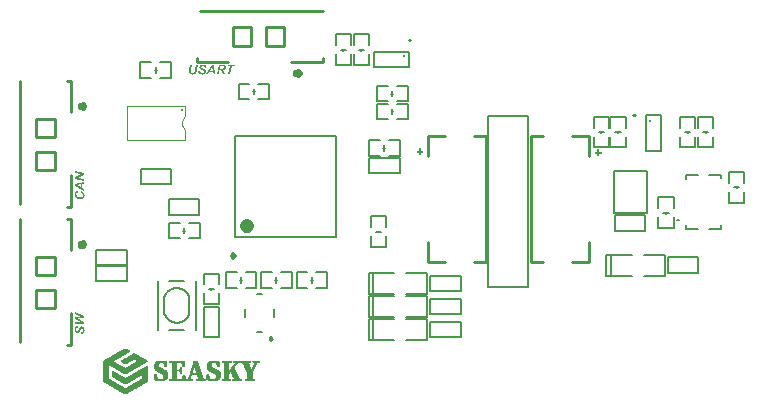
<source format=gto>
G04*
G04 #@! TF.GenerationSoftware,Altium Limited,Altium Designer,20.0.2 (26)*
G04*
G04 Layer_Color=65535*
%FSLAX25Y25*%
%MOIN*%
G70*
G01*
G75*
%ADD10C,0.01000*%
%ADD11C,0.01000*%
%ADD12C,0.01575*%
%ADD13C,0.02362*%
%ADD14C,0.01181*%
%ADD15C,0.00700*%
%ADD16C,0.00394*%
%ADD17C,0.01200*%
%ADD18C,0.00787*%
%ADD19C,0.00100*%
%ADD20C,0.00600*%
%ADD21C,0.00800*%
G36*
X-36789Y53555D02*
X-35962D01*
Y52996D01*
X-36789D01*
Y52159D01*
X-37362D01*
Y52996D01*
X-38189D01*
Y53555D01*
X-37362D01*
Y54396D01*
X-36789D01*
Y53555D01*
D02*
G37*
G36*
X22695Y53191D02*
X23522D01*
Y52632D01*
X22695D01*
Y51796D01*
X22122D01*
Y52632D01*
X21295D01*
Y53191D01*
X22122D01*
Y54032D01*
X22695D01*
Y53191D01*
D02*
G37*
G36*
X-148907Y-1568D02*
Y-2233D01*
X-151245Y-2307D01*
X-148907Y-3471D01*
Y-4151D01*
X-152104Y-4271D01*
Y-3628D01*
X-149863Y-3601D01*
X-152104Y-2496D01*
Y-1785D01*
X-149887Y-1711D01*
X-152104Y-658D01*
Y-20D01*
X-148907Y-1568D01*
D02*
G37*
G36*
X-151166Y-5379D02*
X-151171D01*
X-151175D01*
X-151203Y-5384D01*
X-151245Y-5398D01*
X-151296Y-5412D01*
X-151351Y-5435D01*
X-151411Y-5463D01*
X-151467Y-5500D01*
X-151517Y-5550D01*
X-151522Y-5555D01*
X-151536Y-5578D01*
X-151559Y-5610D01*
X-151582Y-5657D01*
X-151601Y-5712D01*
X-151624Y-5786D01*
X-151637Y-5874D01*
X-151642Y-5971D01*
Y-6017D01*
X-151637Y-6063D01*
X-151628Y-6123D01*
X-151619Y-6183D01*
X-151601Y-6248D01*
X-151577Y-6308D01*
X-151545Y-6359D01*
X-151541Y-6363D01*
X-151527Y-6377D01*
X-151508Y-6396D01*
X-151480Y-6414D01*
X-151444Y-6437D01*
X-151402Y-6456D01*
X-151351Y-6470D01*
X-151300Y-6474D01*
X-151296D01*
X-151277D01*
X-151254Y-6470D01*
X-151222Y-6460D01*
X-151185Y-6447D01*
X-151148Y-6428D01*
X-151111Y-6405D01*
X-151074Y-6368D01*
X-151069Y-6363D01*
X-151055Y-6345D01*
X-151037Y-6317D01*
X-151009Y-6271D01*
X-150991Y-6239D01*
X-150972Y-6206D01*
X-150949Y-6169D01*
X-150926Y-6123D01*
X-150903Y-6077D01*
X-150875Y-6022D01*
X-150847Y-5962D01*
X-150820Y-5897D01*
X-150815Y-5892D01*
X-150811Y-5874D01*
X-150797Y-5846D01*
X-150783Y-5809D01*
X-150760Y-5763D01*
X-150737Y-5712D01*
X-150681Y-5601D01*
X-150621Y-5481D01*
X-150556Y-5366D01*
X-150524Y-5310D01*
X-150492Y-5264D01*
X-150459Y-5222D01*
X-150432Y-5190D01*
X-150427Y-5185D01*
X-150422Y-5181D01*
X-150409Y-5167D01*
X-150395Y-5153D01*
X-150344Y-5116D01*
X-150279Y-5074D01*
X-150201Y-5033D01*
X-150104Y-5001D01*
X-149993Y-4973D01*
X-149937Y-4968D01*
X-149873Y-4964D01*
X-149868D01*
X-149854D01*
X-149831D01*
X-149803Y-4968D01*
X-149766Y-4973D01*
X-149720Y-4982D01*
X-149674Y-4991D01*
X-149623Y-5005D01*
X-149568Y-5024D01*
X-149508Y-5047D01*
X-149448Y-5074D01*
X-149388Y-5107D01*
X-149328Y-5144D01*
X-149263Y-5190D01*
X-149207Y-5241D01*
X-149147Y-5301D01*
X-149143Y-5305D01*
X-149133Y-5315D01*
X-149120Y-5338D01*
X-149101Y-5361D01*
X-149078Y-5398D01*
X-149050Y-5440D01*
X-149027Y-5486D01*
X-149000Y-5546D01*
X-148967Y-5606D01*
X-148944Y-5675D01*
X-148916Y-5754D01*
X-148893Y-5837D01*
X-148875Y-5925D01*
X-148861Y-6022D01*
X-148852Y-6123D01*
X-148847Y-6234D01*
Y-6303D01*
X-148852Y-6340D01*
X-148856Y-6382D01*
Y-6428D01*
X-148865Y-6479D01*
X-148879Y-6590D01*
X-148902Y-6710D01*
X-148935Y-6835D01*
X-148981Y-6950D01*
Y-6955D01*
X-148986Y-6964D01*
X-148995Y-6978D01*
X-149009Y-7001D01*
X-149036Y-7052D01*
X-149083Y-7117D01*
X-149133Y-7186D01*
X-149203Y-7255D01*
X-149277Y-7320D01*
X-149364Y-7375D01*
X-149369D01*
X-149374Y-7380D01*
X-149388Y-7384D01*
X-149411Y-7394D01*
X-149434Y-7403D01*
X-149461Y-7412D01*
X-149531Y-7435D01*
X-149614Y-7458D01*
X-149711Y-7477D01*
X-149817Y-7486D01*
X-149933Y-7491D01*
X-149970Y-6862D01*
X-149965D01*
X-149956D01*
X-149942D01*
X-149924Y-6858D01*
X-149868Y-6853D01*
X-149808Y-6844D01*
X-149739Y-6835D01*
X-149669Y-6816D01*
X-149609Y-6793D01*
X-149563Y-6761D01*
X-149554Y-6752D01*
X-149535Y-6733D01*
X-149512Y-6696D01*
X-149480Y-6641D01*
X-149466Y-6608D01*
X-149448Y-6567D01*
X-149434Y-6525D01*
X-149425Y-6474D01*
X-149411Y-6424D01*
X-149406Y-6363D01*
X-149397Y-6299D01*
Y-6179D01*
X-149401Y-6151D01*
Y-6119D01*
X-149411Y-6049D01*
X-149425Y-5975D01*
X-149448Y-5897D01*
X-149475Y-5823D01*
X-149512Y-5763D01*
X-149517Y-5758D01*
X-149531Y-5740D01*
X-149558Y-5717D01*
X-149591Y-5689D01*
X-149632Y-5661D01*
X-149679Y-5638D01*
X-149729Y-5620D01*
X-149790Y-5615D01*
X-149794D01*
X-149813D01*
X-149840Y-5620D01*
X-149873Y-5629D01*
X-149910Y-5643D01*
X-149951Y-5666D01*
X-149993Y-5694D01*
X-150030Y-5735D01*
X-150034Y-5740D01*
X-150044Y-5754D01*
X-150062Y-5781D01*
X-150085Y-5823D01*
X-150104Y-5851D01*
X-150122Y-5883D01*
X-150141Y-5920D01*
X-150159Y-5962D01*
X-150182Y-6012D01*
X-150210Y-6063D01*
X-150238Y-6128D01*
X-150265Y-6193D01*
Y-6197D01*
X-150275Y-6211D01*
X-150279Y-6230D01*
X-150293Y-6253D01*
X-150307Y-6285D01*
X-150321Y-6322D01*
X-150358Y-6400D01*
X-150404Y-6488D01*
X-150445Y-6581D01*
X-150492Y-6664D01*
X-150515Y-6705D01*
X-150533Y-6738D01*
X-150538Y-6747D01*
X-150552Y-6765D01*
X-150580Y-6798D01*
X-150612Y-6835D01*
X-150649Y-6876D01*
X-150700Y-6922D01*
X-150755Y-6964D01*
X-150815Y-7006D01*
X-150824Y-7010D01*
X-150847Y-7019D01*
X-150884Y-7038D01*
X-150931Y-7052D01*
X-150991Y-7070D01*
X-151060Y-7089D01*
X-151138Y-7098D01*
X-151222Y-7103D01*
X-151226D01*
X-151240D01*
X-151263D01*
X-151291Y-7098D01*
X-151323Y-7093D01*
X-151365Y-7089D01*
X-151411Y-7080D01*
X-151457Y-7066D01*
X-151564Y-7033D01*
X-151619Y-7006D01*
X-151679Y-6978D01*
X-151734Y-6946D01*
X-151790Y-6909D01*
X-151845Y-6862D01*
X-151896Y-6812D01*
X-151901Y-6807D01*
X-151910Y-6798D01*
X-151919Y-6779D01*
X-151938Y-6756D01*
X-151956Y-6729D01*
X-151979Y-6691D01*
X-152007Y-6645D01*
X-152030Y-6594D01*
X-152053Y-6539D01*
X-152081Y-6479D01*
X-152104Y-6410D01*
X-152123Y-6331D01*
X-152141Y-6248D01*
X-152155Y-6160D01*
X-152160Y-6068D01*
X-152164Y-5966D01*
Y-5911D01*
X-152160Y-5874D01*
X-152155Y-5828D01*
X-152150Y-5772D01*
X-152141Y-5712D01*
X-152132Y-5647D01*
X-152100Y-5504D01*
X-152076Y-5430D01*
X-152053Y-5361D01*
X-152021Y-5287D01*
X-151984Y-5218D01*
X-151942Y-5153D01*
X-151896Y-5093D01*
X-151892Y-5088D01*
X-151882Y-5079D01*
X-151868Y-5065D01*
X-151850Y-5042D01*
X-151822Y-5019D01*
X-151790Y-4991D01*
X-151753Y-4964D01*
X-151711Y-4936D01*
X-151661Y-4904D01*
X-151610Y-4871D01*
X-151550Y-4843D01*
X-151490Y-4816D01*
X-151420Y-4793D01*
X-151351Y-4774D01*
X-151272Y-4760D01*
X-151194Y-4751D01*
X-151166Y-5379D01*
D02*
G37*
G36*
X-148907Y46146D02*
Y45541D01*
X-151055Y44673D01*
X-148907Y44220D01*
Y43615D01*
X-152104Y44284D01*
Y44890D01*
X-149965Y45758D01*
X-152104Y46211D01*
Y46816D01*
X-148907Y46146D01*
D02*
G37*
G36*
Y42575D02*
X-149614Y42469D01*
Y41203D01*
X-148907Y40819D01*
Y40145D01*
X-152104Y41942D01*
Y42686D01*
X-148907Y43199D01*
Y42575D01*
D02*
G37*
G36*
X-151065Y39669D02*
X-151069D01*
X-151078Y39665D01*
X-151092D01*
X-151111Y39660D01*
X-151157Y39646D01*
X-151217Y39623D01*
X-151286Y39595D01*
X-151351Y39558D01*
X-151416Y39517D01*
X-151467Y39466D01*
X-151471Y39461D01*
X-151485Y39438D01*
X-151508Y39406D01*
X-151531Y39360D01*
X-151554Y39304D01*
X-151577Y39235D01*
X-151591Y39156D01*
X-151596Y39068D01*
Y39041D01*
X-151591Y39022D01*
X-151587Y38971D01*
X-151573Y38902D01*
X-151554Y38824D01*
X-151522Y38741D01*
X-151480Y38648D01*
X-151425Y38560D01*
Y38556D01*
X-151416Y38551D01*
X-151393Y38523D01*
X-151356Y38477D01*
X-151296Y38426D01*
X-151226Y38366D01*
X-151134Y38302D01*
X-151028Y38237D01*
X-150903Y38181D01*
X-150898D01*
X-150889Y38177D01*
X-150871Y38168D01*
X-150843Y38158D01*
X-150811Y38149D01*
X-150774Y38140D01*
X-150732Y38126D01*
X-150686Y38112D01*
X-150580Y38089D01*
X-150459Y38066D01*
X-150330Y38048D01*
X-150201Y38043D01*
X-150196D01*
X-150182D01*
X-150164D01*
X-150136Y38048D01*
X-150104D01*
X-150067Y38052D01*
X-149984Y38066D01*
X-149887Y38089D01*
X-149790Y38117D01*
X-149692Y38163D01*
X-149605Y38223D01*
X-149595Y38232D01*
X-149572Y38255D01*
X-149540Y38297D01*
X-149503Y38348D01*
X-149461Y38417D01*
X-149429Y38496D01*
X-149406Y38583D01*
X-149401Y38630D01*
X-149397Y38680D01*
Y38704D01*
X-149401Y38722D01*
X-149406Y38773D01*
X-149415Y38833D01*
X-149438Y38907D01*
X-149466Y38985D01*
X-149503Y39064D01*
X-149558Y39147D01*
Y39152D01*
X-149568Y39156D01*
X-149591Y39184D01*
X-149628Y39221D01*
X-149683Y39267D01*
X-149752Y39318D01*
X-149836Y39373D01*
X-149937Y39420D01*
X-150053Y39466D01*
X-149951Y40131D01*
X-149947D01*
X-149928Y40122D01*
X-149900Y40113D01*
X-149863Y40094D01*
X-149817Y40071D01*
X-149766Y40048D01*
X-149706Y40020D01*
X-149646Y39983D01*
X-149512Y39900D01*
X-149378Y39799D01*
X-149244Y39683D01*
X-149184Y39614D01*
X-149129Y39544D01*
X-149124Y39540D01*
X-149115Y39526D01*
X-149101Y39507D01*
X-149087Y39475D01*
X-149064Y39438D01*
X-149041Y39397D01*
X-149013Y39341D01*
X-148990Y39286D01*
X-148962Y39221D01*
X-148935Y39152D01*
X-148912Y39078D01*
X-148893Y38999D01*
X-148875Y38916D01*
X-148861Y38828D01*
X-148852Y38736D01*
X-148847Y38639D01*
Y38611D01*
X-148852Y38583D01*
Y38542D01*
X-148856Y38491D01*
X-148865Y38436D01*
X-148875Y38371D01*
X-148893Y38306D01*
X-148912Y38232D01*
X-148935Y38158D01*
X-148962Y38080D01*
X-148995Y38006D01*
X-149036Y37927D01*
X-149083Y37854D01*
X-149138Y37784D01*
X-149198Y37720D01*
X-149203Y37715D01*
X-149217Y37706D01*
X-149235Y37687D01*
X-149263Y37669D01*
X-149300Y37646D01*
X-149346Y37618D01*
X-149401Y37585D01*
X-149461Y37558D01*
X-149531Y37525D01*
X-149605Y37493D01*
X-149692Y37465D01*
X-149785Y37442D01*
X-149882Y37424D01*
X-149993Y37405D01*
X-150104Y37396D01*
X-150228Y37391D01*
X-150233D01*
X-150251D01*
X-150284D01*
X-150321Y37396D01*
X-150367D01*
X-150427Y37405D01*
X-150487Y37410D01*
X-150556Y37419D01*
X-150630Y37428D01*
X-150714Y37447D01*
X-150880Y37484D01*
X-151055Y37539D01*
X-151138Y37572D01*
X-151226Y37609D01*
X-151231Y37613D01*
X-151245Y37618D01*
X-151268Y37632D01*
X-151300Y37650D01*
X-151337Y37673D01*
X-151383Y37701D01*
X-151430Y37733D01*
X-151485Y37770D01*
X-151596Y37858D01*
X-151711Y37960D01*
X-151822Y38085D01*
X-151873Y38154D01*
X-151919Y38223D01*
X-151924Y38228D01*
X-151928Y38242D01*
X-151942Y38265D01*
X-151956Y38292D01*
X-151975Y38329D01*
X-151998Y38371D01*
X-152021Y38422D01*
X-152044Y38477D01*
X-152062Y38537D01*
X-152086Y38607D01*
X-152127Y38750D01*
X-152155Y38907D01*
X-152160Y38990D01*
X-152164Y39078D01*
Y39129D01*
X-152160Y39166D01*
X-152155Y39207D01*
X-152150Y39258D01*
X-152141Y39318D01*
X-152127Y39378D01*
X-152095Y39512D01*
X-152072Y39581D01*
X-152044Y39651D01*
X-152012Y39725D01*
X-151975Y39789D01*
X-151933Y39859D01*
X-151882Y39919D01*
X-151878Y39923D01*
X-151868Y39933D01*
X-151855Y39946D01*
X-151831Y39969D01*
X-151804Y39992D01*
X-151771Y40025D01*
X-151730Y40053D01*
X-151684Y40085D01*
X-151633Y40117D01*
X-151577Y40150D01*
X-151513Y40182D01*
X-151448Y40214D01*
X-151374Y40242D01*
X-151296Y40265D01*
X-151212Y40284D01*
X-151125Y40297D01*
X-151065Y39669D01*
D02*
G37*
G36*
X-109316Y82325D02*
X-109269Y82320D01*
X-109214Y82316D01*
X-109154Y82306D01*
X-109089Y82297D01*
X-108946Y82265D01*
X-108872Y82242D01*
X-108803Y82219D01*
X-108729Y82186D01*
X-108659Y82149D01*
X-108595Y82108D01*
X-108535Y82061D01*
X-108530Y82057D01*
X-108521Y82048D01*
X-108507Y82034D01*
X-108484Y82015D01*
X-108461Y81988D01*
X-108433Y81955D01*
X-108405Y81918D01*
X-108378Y81877D01*
X-108345Y81826D01*
X-108313Y81775D01*
X-108285Y81715D01*
X-108257Y81655D01*
X-108234Y81586D01*
X-108216Y81516D01*
X-108202Y81438D01*
X-108193Y81359D01*
X-108821Y81332D01*
Y81336D01*
Y81341D01*
X-108826Y81368D01*
X-108840Y81410D01*
X-108853Y81461D01*
X-108877Y81516D01*
X-108904Y81576D01*
X-108941Y81632D01*
X-108992Y81683D01*
X-108997Y81687D01*
X-109020Y81701D01*
X-109052Y81724D01*
X-109098Y81747D01*
X-109154Y81766D01*
X-109228Y81789D01*
X-109316Y81803D01*
X-109413Y81807D01*
X-109459D01*
X-109505Y81803D01*
X-109565Y81794D01*
X-109625Y81784D01*
X-109690Y81766D01*
X-109750Y81743D01*
X-109801Y81710D01*
X-109805Y81706D01*
X-109819Y81692D01*
X-109837Y81673D01*
X-109856Y81646D01*
X-109879Y81609D01*
X-109898Y81567D01*
X-109911Y81516D01*
X-109916Y81466D01*
Y81461D01*
Y81442D01*
X-109911Y81419D01*
X-109902Y81387D01*
X-109888Y81350D01*
X-109870Y81313D01*
X-109847Y81276D01*
X-109810Y81239D01*
X-109805Y81235D01*
X-109787Y81221D01*
X-109759Y81202D01*
X-109713Y81174D01*
X-109680Y81156D01*
X-109648Y81138D01*
X-109611Y81114D01*
X-109565Y81091D01*
X-109519Y81068D01*
X-109463Y81041D01*
X-109403Y81013D01*
X-109339Y80985D01*
X-109334Y80980D01*
X-109316Y80976D01*
X-109288Y80962D01*
X-109251Y80948D01*
X-109205Y80925D01*
X-109154Y80902D01*
X-109043Y80847D01*
X-108923Y80786D01*
X-108807Y80722D01*
X-108752Y80689D01*
X-108706Y80657D01*
X-108664Y80625D01*
X-108632Y80597D01*
X-108627Y80592D01*
X-108623Y80588D01*
X-108609Y80574D01*
X-108595Y80560D01*
X-108558Y80509D01*
X-108516Y80445D01*
X-108475Y80366D01*
X-108442Y80269D01*
X-108415Y80158D01*
X-108410Y80103D01*
X-108405Y80038D01*
Y80033D01*
Y80019D01*
Y79996D01*
X-108410Y79969D01*
X-108415Y79932D01*
X-108424Y79886D01*
X-108433Y79839D01*
X-108447Y79789D01*
X-108465Y79733D01*
X-108489Y79673D01*
X-108516Y79613D01*
X-108548Y79553D01*
X-108586Y79493D01*
X-108632Y79428D01*
X-108683Y79373D01*
X-108743Y79313D01*
X-108747Y79308D01*
X-108756Y79299D01*
X-108780Y79285D01*
X-108803Y79266D01*
X-108840Y79243D01*
X-108881Y79216D01*
X-108927Y79193D01*
X-108987Y79165D01*
X-109047Y79132D01*
X-109117Y79109D01*
X-109195Y79082D01*
X-109279Y79058D01*
X-109366Y79040D01*
X-109463Y79026D01*
X-109565Y79017D01*
X-109676Y79012D01*
X-109745D01*
X-109782Y79017D01*
X-109824Y79022D01*
X-109870D01*
X-109921Y79031D01*
X-110032Y79045D01*
X-110152Y79068D01*
X-110276Y79100D01*
X-110392Y79146D01*
X-110397D01*
X-110406Y79151D01*
X-110420Y79160D01*
X-110443Y79174D01*
X-110494Y79202D01*
X-110558Y79248D01*
X-110627Y79299D01*
X-110697Y79368D01*
X-110761Y79442D01*
X-110817Y79530D01*
Y79534D01*
X-110822Y79539D01*
X-110826Y79553D01*
X-110835Y79576D01*
X-110845Y79599D01*
X-110854Y79627D01*
X-110877Y79696D01*
X-110900Y79779D01*
X-110919Y79876D01*
X-110928Y79983D01*
X-110933Y80098D01*
X-110304Y80135D01*
Y80130D01*
Y80121D01*
Y80107D01*
X-110300Y80089D01*
X-110295Y80033D01*
X-110286Y79973D01*
X-110276Y79904D01*
X-110258Y79835D01*
X-110235Y79775D01*
X-110203Y79728D01*
X-110193Y79719D01*
X-110175Y79701D01*
X-110138Y79678D01*
X-110082Y79645D01*
X-110050Y79631D01*
X-110009Y79613D01*
X-109967Y79599D01*
X-109916Y79590D01*
X-109865Y79576D01*
X-109805Y79571D01*
X-109740Y79562D01*
X-109620D01*
X-109593Y79567D01*
X-109560D01*
X-109491Y79576D01*
X-109417Y79590D01*
X-109339Y79613D01*
X-109265Y79641D01*
X-109205Y79678D01*
X-109200Y79682D01*
X-109181Y79696D01*
X-109158Y79724D01*
X-109131Y79756D01*
X-109103Y79798D01*
X-109080Y79844D01*
X-109061Y79895D01*
X-109057Y79955D01*
Y79959D01*
Y79978D01*
X-109061Y80006D01*
X-109071Y80038D01*
X-109084Y80075D01*
X-109108Y80116D01*
X-109135Y80158D01*
X-109177Y80195D01*
X-109181Y80200D01*
X-109195Y80209D01*
X-109223Y80227D01*
X-109265Y80251D01*
X-109292Y80269D01*
X-109325Y80287D01*
X-109362Y80306D01*
X-109403Y80324D01*
X-109454Y80348D01*
X-109505Y80375D01*
X-109570Y80403D01*
X-109634Y80431D01*
X-109639D01*
X-109653Y80440D01*
X-109671Y80445D01*
X-109694Y80458D01*
X-109727Y80472D01*
X-109764Y80486D01*
X-109842Y80523D01*
X-109930Y80569D01*
X-110022Y80611D01*
X-110106Y80657D01*
X-110147Y80680D01*
X-110179Y80699D01*
X-110189Y80703D01*
X-110207Y80717D01*
X-110240Y80745D01*
X-110276Y80777D01*
X-110318Y80814D01*
X-110364Y80865D01*
X-110406Y80920D01*
X-110447Y80980D01*
X-110452Y80990D01*
X-110461Y81013D01*
X-110480Y81050D01*
X-110494Y81096D01*
X-110512Y81156D01*
X-110530Y81225D01*
X-110540Y81304D01*
X-110544Y81387D01*
Y81392D01*
Y81406D01*
Y81429D01*
X-110540Y81456D01*
X-110535Y81489D01*
X-110530Y81530D01*
X-110521Y81576D01*
X-110507Y81623D01*
X-110475Y81729D01*
X-110447Y81784D01*
X-110420Y81844D01*
X-110387Y81900D01*
X-110350Y81955D01*
X-110304Y82011D01*
X-110253Y82061D01*
X-110249Y82066D01*
X-110240Y82075D01*
X-110221Y82085D01*
X-110198Y82103D01*
X-110170Y82122D01*
X-110133Y82145D01*
X-110087Y82172D01*
X-110036Y82196D01*
X-109981Y82219D01*
X-109921Y82246D01*
X-109851Y82269D01*
X-109773Y82288D01*
X-109690Y82306D01*
X-109602Y82320D01*
X-109510Y82325D01*
X-109408Y82329D01*
X-109352D01*
X-109316Y82325D01*
D02*
G37*
G36*
X-111293Y80458D02*
Y80454D01*
X-111297Y80435D01*
X-111302Y80408D01*
X-111311Y80371D01*
X-111325Y80324D01*
X-111339Y80274D01*
X-111353Y80218D01*
X-111371Y80158D01*
X-111408Y80029D01*
X-111454Y79890D01*
X-111510Y79761D01*
X-111538Y79701D01*
X-111565Y79645D01*
Y79641D01*
X-111575Y79631D01*
X-111584Y79618D01*
X-111593Y79599D01*
X-111630Y79548D01*
X-111686Y79484D01*
X-111750Y79410D01*
X-111833Y79336D01*
X-111930Y79257D01*
X-112041Y79188D01*
X-112046D01*
X-112055Y79179D01*
X-112074Y79174D01*
X-112097Y79160D01*
X-112129Y79146D01*
X-112166Y79132D01*
X-112208Y79119D01*
X-112258Y79100D01*
X-112314Y79082D01*
X-112374Y79068D01*
X-112439Y79054D01*
X-112508Y79040D01*
X-112582Y79031D01*
X-112665Y79022D01*
X-112836Y79012D01*
X-112891D01*
X-112933Y79017D01*
X-112979Y79022D01*
X-113035Y79026D01*
X-113099Y79035D01*
X-113164Y79045D01*
X-113307Y79077D01*
X-113386Y79100D01*
X-113460Y79128D01*
X-113529Y79160D01*
X-113598Y79197D01*
X-113668Y79239D01*
X-113728Y79285D01*
X-113732Y79290D01*
X-113741Y79299D01*
X-113755Y79313D01*
X-113774Y79336D01*
X-113797Y79363D01*
X-113825Y79396D01*
X-113852Y79433D01*
X-113880Y79479D01*
X-113908Y79525D01*
X-113935Y79581D01*
X-113963Y79636D01*
X-113986Y79701D01*
X-114005Y79765D01*
X-114019Y79839D01*
X-114028Y79913D01*
X-114032Y79992D01*
Y79996D01*
Y80006D01*
X-114028Y80024D01*
Y80047D01*
X-114023Y80080D01*
X-114019Y80112D01*
X-114009Y80186D01*
Y80190D01*
X-114005Y80200D01*
Y80227D01*
X-113996Y80260D01*
X-113986Y80315D01*
X-113982Y80348D01*
X-113972Y80384D01*
X-113963Y80426D01*
X-113954Y80472D01*
X-113945Y80523D01*
X-113931Y80583D01*
X-113552Y82269D01*
X-112901D01*
X-113279Y80528D01*
X-113376Y80103D01*
Y80098D01*
Y80093D01*
X-113381Y80066D01*
X-113386Y80019D01*
X-113395Y79964D01*
Y79955D01*
X-113390Y79936D01*
X-113386Y79904D01*
X-113376Y79862D01*
X-113358Y79816D01*
X-113330Y79765D01*
X-113298Y79719D01*
X-113247Y79673D01*
X-113238Y79668D01*
X-113219Y79655D01*
X-113182Y79636D01*
X-113136Y79618D01*
X-113072Y79599D01*
X-112998Y79581D01*
X-112910Y79567D01*
X-112808Y79562D01*
X-112767D01*
X-112716Y79567D01*
X-112656Y79571D01*
X-112591Y79585D01*
X-112522Y79599D01*
X-112448Y79622D01*
X-112383Y79650D01*
X-112374Y79655D01*
X-112355Y79668D01*
X-112323Y79687D01*
X-112286Y79715D01*
X-112244Y79751D01*
X-112198Y79798D01*
X-112157Y79853D01*
X-112120Y79913D01*
X-112115Y79922D01*
X-112106Y79950D01*
X-112097Y79969D01*
X-112088Y79992D01*
X-112074Y80024D01*
X-112060Y80056D01*
X-112050Y80098D01*
X-112032Y80140D01*
X-112018Y80190D01*
X-112004Y80246D01*
X-111986Y80306D01*
X-111967Y80371D01*
X-111953Y80440D01*
X-111935Y80518D01*
X-111565Y82269D01*
X-110909D01*
X-111293Y80458D01*
D02*
G37*
G36*
X-98726Y81734D02*
X-99660D01*
X-100214Y79072D01*
X-100870D01*
X-100316Y81734D01*
X-101249D01*
X-101143Y82269D01*
X-98620D01*
X-98726Y81734D01*
D02*
G37*
G36*
X-102603Y82265D02*
X-102519Y82260D01*
X-102427Y82251D01*
X-102335Y82237D01*
X-102242Y82219D01*
X-102159Y82191D01*
X-102155D01*
X-102150Y82186D01*
X-102127Y82177D01*
X-102090Y82158D01*
X-102044Y82131D01*
X-101988Y82089D01*
X-101933Y82043D01*
X-101882Y81983D01*
X-101831Y81914D01*
X-101826Y81904D01*
X-101813Y81877D01*
X-101789Y81835D01*
X-101766Y81780D01*
X-101743Y81710D01*
X-101720Y81627D01*
X-101706Y81530D01*
X-101702Y81429D01*
Y81424D01*
Y81410D01*
Y81392D01*
X-101706Y81359D01*
X-101711Y81327D01*
X-101716Y81285D01*
X-101720Y81239D01*
X-101734Y81193D01*
X-101762Y81087D01*
X-101803Y80971D01*
X-101831Y80916D01*
X-101863Y80860D01*
X-101905Y80805D01*
X-101947Y80754D01*
X-101951Y80749D01*
X-101956Y80745D01*
X-101974Y80731D01*
X-101993Y80712D01*
X-102021Y80689D01*
X-102048Y80666D01*
X-102085Y80643D01*
X-102131Y80615D01*
X-102178Y80588D01*
X-102233Y80560D01*
X-102293Y80532D01*
X-102362Y80505D01*
X-102432Y80481D01*
X-102510Y80463D01*
X-102598Y80445D01*
X-102686Y80431D01*
X-102681Y80426D01*
X-102663Y80412D01*
X-102640Y80384D01*
X-102607Y80352D01*
X-102575Y80306D01*
X-102533Y80255D01*
X-102492Y80195D01*
X-102450Y80130D01*
X-102445Y80126D01*
X-102441Y80112D01*
X-102427Y80093D01*
X-102413Y80061D01*
X-102390Y80024D01*
X-102367Y79978D01*
X-102339Y79922D01*
X-102307Y79858D01*
X-102270Y79789D01*
X-102233Y79710D01*
X-102191Y79622D01*
X-102150Y79525D01*
X-102104Y79423D01*
X-102057Y79313D01*
X-102007Y79197D01*
X-101956Y79072D01*
X-102663D01*
Y79077D01*
X-102667Y79086D01*
X-102672Y79100D01*
X-102681Y79123D01*
X-102690Y79151D01*
X-102704Y79188D01*
X-102718Y79229D01*
X-102737Y79280D01*
X-102760Y79336D01*
X-102783Y79396D01*
X-102811Y79465D01*
X-102843Y79539D01*
X-102875Y79622D01*
X-102912Y79715D01*
X-102954Y79812D01*
X-103000Y79913D01*
Y79918D01*
X-103005Y79927D01*
X-103014Y79941D01*
X-103023Y79964D01*
X-103051Y80015D01*
X-103088Y80080D01*
X-103129Y80149D01*
X-103175Y80218D01*
X-103231Y80283D01*
X-103259Y80306D01*
X-103286Y80329D01*
X-103291Y80334D01*
X-103305Y80338D01*
X-103328Y80348D01*
X-103360Y80361D01*
X-103407Y80375D01*
X-103462Y80384D01*
X-103531Y80389D01*
X-103614Y80394D01*
X-103882D01*
X-104159Y79072D01*
X-104811D01*
X-104141Y82269D01*
X-102635D01*
X-102603Y82265D01*
D02*
G37*
G36*
X-105227Y79072D02*
X-105851D01*
X-105957Y79779D01*
X-107223D01*
X-107606Y79072D01*
X-108281D01*
X-106483Y82269D01*
X-105740D01*
X-105227Y79072D01*
D02*
G37*
%LPC*%
G36*
X-150150Y42390D02*
X-151434Y42201D01*
X-150150Y41499D01*
Y42390D01*
D02*
G37*
G36*
X-102778Y81734D02*
X-103601D01*
X-103781Y80874D01*
X-103300D01*
X-103254Y80879D01*
X-103143Y80883D01*
X-103028Y80888D01*
X-102912Y80902D01*
X-102861Y80906D01*
X-102811Y80916D01*
X-102769Y80925D01*
X-102732Y80934D01*
X-102723Y80939D01*
X-102704Y80948D01*
X-102672Y80962D01*
X-102630Y80985D01*
X-102589Y81013D01*
X-102542Y81045D01*
X-102501Y81087D01*
X-102459Y81133D01*
X-102455Y81138D01*
X-102445Y81156D01*
X-102427Y81184D01*
X-102409Y81221D01*
X-102390Y81262D01*
X-102372Y81309D01*
X-102362Y81364D01*
X-102358Y81419D01*
Y81429D01*
Y81447D01*
X-102367Y81479D01*
X-102376Y81516D01*
X-102395Y81558D01*
X-102418Y81599D01*
X-102455Y81641D01*
X-102501Y81678D01*
X-102506Y81683D01*
X-102519Y81687D01*
X-102542Y81696D01*
X-102579Y81706D01*
X-102630Y81715D01*
X-102700Y81724D01*
X-102778Y81734D01*
D02*
G37*
G36*
X-106225Y81599D02*
X-106927Y80315D01*
X-106035D01*
X-106225Y81599D01*
D02*
G37*
%LPD*%
G54D10*
X-40200Y90500D02*
X-40800D01*
X-40200D01*
X34559Y65580D02*
X33959D01*
X34559D01*
X-86394Y-9067D02*
X-87144Y-8634D01*
Y-9500D01*
X-86394Y-9067D01*
X-99251Y88500D02*
Y95000D01*
X-93251D01*
X-93251Y88500D01*
X-99251D02*
X-93251D01*
X-88197D02*
X-82197D01*
X-88197D02*
Y95000D01*
X-82197D01*
Y88500D02*
Y95000D01*
X-110476Y100272D02*
X-69503D01*
X-69397Y83100D02*
Y84500D01*
X-79897Y83100D02*
X-69397D01*
X-111451D02*
X-100951D01*
X-111451D02*
Y84500D01*
X-165194Y1103D02*
X-158695D01*
X-165194D02*
Y7103D01*
X-158695D01*
Y1103D02*
Y7103D01*
Y12157D02*
X-158695Y18157D01*
X-165194Y12157D02*
X-158695Y12157D01*
X-165194Y12157D02*
Y18157D01*
X-158695D01*
X-170466Y-10122D02*
Y30851D01*
X-154694Y30957D02*
X-153295D01*
Y20457D02*
Y30957D01*
Y-11097D02*
Y-597D01*
X-154694Y-11097D02*
X-153295Y-11097D01*
X-18952Y58366D02*
X-14941D01*
X-34233D02*
X-28646D01*
X-34233Y51796D02*
Y58366D01*
Y16634D02*
Y23204D01*
Y16634D02*
X-28646D01*
X-18952D02*
X-14941D01*
Y58366D01*
X-165194Y47159D02*
X-158695D01*
X-165194D02*
Y53159D01*
X-158695Y53159D01*
Y47159D02*
Y53159D01*
Y58213D02*
Y64213D01*
X-165194Y58213D02*
X-158695D01*
X-165194D02*
Y64213D01*
X-158695D01*
X-170466Y35934D02*
Y76907D01*
X-154694Y77013D02*
X-153295D01*
Y66513D02*
Y77013D01*
Y34959D02*
Y45459D01*
X-154694Y34959D02*
X-153295D01*
X-59Y16634D02*
X3952D01*
X13646D02*
X19232D01*
Y23204D01*
Y51796D02*
Y58366D01*
X13646D02*
X19232D01*
X-59D02*
X3952D01*
X-59Y16634D02*
Y58366D01*
G54D11*
X-42460Y85100D02*
D03*
X39759Y63521D02*
D03*
G54D12*
X-77109Y79500D02*
X-77653Y80249D01*
X-78534Y79963D01*
Y79037D01*
X-77653Y78751D01*
X-77109Y79500D01*
X-148907Y22457D02*
X-149451Y23206D01*
X-150331Y22920D01*
Y21994D01*
X-149451Y21708D01*
X-148907Y22457D01*
X-148907Y68513D02*
X-149451Y69262D01*
X-150331Y68976D01*
Y68050D01*
X-149451Y67764D01*
X-148907Y68513D01*
G54D13*
X-94900Y29812D02*
X-95817Y29362D01*
X-96040Y28364D01*
X-95401Y27566D01*
X-94378D01*
X-93739Y28364D01*
X-93962Y29362D01*
X-94880Y29812D01*
G54D14*
X-99230Y19082D02*
X-99815Y18489D01*
X-99225Y17901D01*
X-98634Y18489D01*
X-99220Y19082D01*
G54D15*
X-122195Y-901D02*
X-121766Y-1784D01*
X-121148Y-2548D01*
X-120375Y-3152D01*
X-119485Y-3567D01*
X-118524Y-3771D01*
X-117543Y-3753D01*
X-116590Y-3514D01*
X-115716Y-3067D01*
X-114965Y-2435D01*
X-114375Y-1650D01*
X-113978Y-752D01*
X-114028Y4957D02*
X-114457Y5840D01*
X-115075Y6603D01*
X-115849Y7208D01*
X-116739Y7623D01*
X-117699Y7827D01*
X-118681Y7809D01*
X-119633Y7570D01*
X-120508Y7123D01*
X-121259Y6491D01*
X-121848Y5705D01*
X-122245Y4808D01*
X-40595Y81400D02*
Y86600D01*
X-52406Y81400D02*
Y86600D01*
Y81400D02*
X-40595D01*
X-52406Y86600D02*
X-40595Y86600D01*
X38159Y65486D02*
X43359D01*
X38159Y53675D02*
X43359D01*
Y65486D01*
X38159Y53675D02*
Y65486D01*
X-124411Y10319D02*
X-124411Y-6216D01*
X-111812D02*
Y10319D01*
X-120671Y10319D02*
X-115553D01*
X-120671Y-6216D02*
X-115553D01*
X-113978Y-752D02*
Y4907D01*
X-122245Y4808D02*
X-122245Y-851D01*
G54D16*
X-115350Y65057D02*
X-115922Y64248D01*
X-116232Y63308D01*
X-116253Y62317D01*
X-115982Y61365D01*
X-115444Y60533D01*
X-134740Y57281D02*
X-134740Y68502D01*
X-115350D01*
Y65155D02*
Y68502D01*
X-134740Y57281D02*
X-115448D01*
X-115448Y60431D01*
G54D17*
X-116334Y67321D02*
D03*
G54D18*
X49326Y30635D02*
X48538D01*
X49326D01*
X-14500Y65301D02*
X-1000D01*
X-14500Y8301D02*
Y65301D01*
Y8301D02*
X-1000D01*
Y65301D01*
X-98642Y24990D02*
Y58454D01*
Y24990D02*
X-65177D01*
Y58454D01*
X-98642D02*
X-65177D01*
X51595Y45358D02*
X55532D01*
X51595Y44039D02*
Y45358D01*
Y27642D02*
Y28961D01*
Y27642D02*
X55532D01*
X59469Y45358D02*
X63406D01*
Y44374D02*
Y45358D01*
X59469Y27642D02*
X63406D01*
X63406Y28961D01*
G54D19*
X-135640Y-12326D02*
X-135140D01*
X-135840Y-12426D02*
X-134940D01*
X-136040Y-12526D02*
X-134740D01*
X-136140Y-12626D02*
X-134640D01*
X-136340Y-12726D02*
X-134440D01*
X-136540Y-12826D02*
X-134240D01*
X-136640Y-12926D02*
X-134140D01*
X-136840Y-13026D02*
X-133940D01*
X-137040Y-13126D02*
X-133940D01*
X-137240Y-13226D02*
X-134040D01*
X-137340Y-13326D02*
X-134240D01*
X-137540Y-13426D02*
X-134440D01*
X-137740Y-13526D02*
X-134540D01*
X-137940Y-13626D02*
X-134740D01*
X-138040Y-13726D02*
X-134940D01*
X-138240Y-13826D02*
X-135140D01*
X-138440Y-13926D02*
X-135240D01*
X-132640D02*
X-132340D01*
X-138640Y-14026D02*
X-135440D01*
X-132840D02*
X-132140D01*
X-138740Y-14126D02*
X-135640D01*
X-132940D02*
X-132040D01*
X-138940Y-14226D02*
X-135740D01*
X-133140D02*
X-131840D01*
X-139140Y-14326D02*
X-135940D01*
X-133340D02*
X-131640D01*
X-139340Y-14426D02*
X-136140D01*
X-133540D02*
X-131440D01*
X-139440Y-14526D02*
X-136340D01*
X-133640D02*
X-131340D01*
X-139640Y-14626D02*
X-136440D01*
X-133840D02*
X-131140D01*
X-139840Y-14726D02*
X-136640D01*
X-134040D02*
X-130940D01*
X-139940Y-14826D02*
X-136840D01*
X-134140D02*
X-130840D01*
X-140140Y-14926D02*
X-137040D01*
X-134340D02*
X-130640D01*
X-140340Y-15026D02*
X-137140D01*
X-134540D02*
X-130440D01*
X-140540Y-15126D02*
X-137340D01*
X-134740D02*
X-130240D01*
X-140640Y-15226D02*
X-137540D01*
X-134840D02*
X-130140D01*
X-140840Y-15326D02*
X-137740D01*
X-135040D02*
X-129940D01*
X-141040Y-15426D02*
X-137840D01*
X-135240D02*
X-129740D01*
X-141240Y-15526D02*
X-138040D01*
X-135440D02*
X-129540D01*
X-141340Y-15626D02*
X-138240D01*
X-135540D02*
X-129440D01*
X-141540Y-15726D02*
X-138440D01*
X-135740D02*
X-132540D01*
X-132340D02*
X-129240D01*
X-141740Y-15826D02*
X-138540D01*
X-135940D02*
X-132740D01*
X-132240D02*
X-129040D01*
X-141940Y-15926D02*
X-138740D01*
X-136140D02*
X-132940D01*
X-132040D02*
X-128840D01*
X-142040Y-16026D02*
X-138940D01*
X-136240D02*
X-133140D01*
X-131840D02*
X-128740D01*
X-142240Y-16126D02*
X-139040D01*
X-136440D02*
X-133240D01*
X-131640D02*
X-128540D01*
X-142440Y-16226D02*
X-139240D01*
X-136640D02*
X-133440D01*
X-131540D02*
X-128340D01*
X-142540Y-16326D02*
X-139440D01*
X-136740D02*
X-133640D01*
X-131340D02*
X-128140D01*
X-124140D02*
X-122440D01*
X-106640D02*
X-104940D01*
X-142640Y-16426D02*
X-139640D01*
X-136840D02*
X-133840D01*
X-131140D02*
X-128140D01*
X-124540D02*
X-122140D01*
X-120540D02*
X-115640D01*
X-112440D02*
X-111440D01*
X-107040D02*
X-104640D01*
X-103040D02*
X-100140D01*
X-99340D02*
X-97040D01*
X-96740D02*
X-93740D01*
X-92940D02*
X-90840D01*
X-142640Y-16526D02*
X-139440D01*
X-136740D02*
X-133940D01*
X-131340D02*
X-128140D01*
X-124740D02*
X-121940D01*
X-120540D02*
X-115640D01*
X-112440D02*
X-111340D01*
X-107240D02*
X-104440D01*
X-103040D02*
X-100140D01*
X-99340D02*
X-97040D01*
X-96740D02*
X-93740D01*
X-92940D02*
X-90840D01*
X-142640Y-16626D02*
X-139240D01*
X-136640D02*
X-134140D01*
X-131540D02*
X-128340D01*
X-124940D02*
X-121740D01*
X-120540D02*
X-115640D01*
X-112540D02*
X-111340D01*
X-107440D02*
X-104240D01*
X-103040D02*
X-100140D01*
X-99340D02*
X-97040D01*
X-96740D02*
X-93740D01*
X-92940D02*
X-90840D01*
X-142640Y-16726D02*
X-139140D01*
X-136440D02*
X-134340D01*
X-131640D02*
X-128540D01*
X-125040D02*
X-123140D01*
X-123040D02*
X-121540D01*
X-120540D02*
X-115640D01*
X-112540D02*
X-111340D01*
X-107540D02*
X-105640D01*
X-105540D02*
X-104040D01*
X-103040D02*
X-100140D01*
X-99340D02*
X-97140D01*
X-96740D02*
X-93840D01*
X-92840D02*
X-90840D01*
X-142640Y-16826D02*
X-138940D01*
X-136240D02*
X-134440D01*
X-131840D02*
X-128740D01*
X-125140D02*
X-123740D01*
X-122540D02*
X-121540D01*
X-119740D02*
X-118340D01*
X-116540D02*
X-115640D01*
X-112540D02*
X-111240D01*
X-107640D02*
X-106240D01*
X-105040D02*
X-104040D01*
X-102240D02*
X-100940D01*
X-98940D02*
X-97540D01*
X-96340D02*
X-94540D01*
X-92140D02*
X-91240D01*
X-142640Y-16926D02*
X-138740D01*
X-136140D02*
X-134640D01*
X-132040D02*
X-128840D01*
X-125240D02*
X-123940D01*
X-122540D02*
X-121540D01*
X-119740D02*
X-118340D01*
X-116540D02*
X-115640D01*
X-112640D02*
X-111240D01*
X-107740D02*
X-106440D01*
X-105040D02*
X-104040D01*
X-102240D02*
X-100940D01*
X-98640D02*
X-97940D01*
X-96240D02*
X-94540D01*
X-92140D02*
X-91540D01*
X-142640Y-17026D02*
X-138540D01*
X-135940D02*
X-134840D01*
X-132240D02*
X-129040D01*
X-125340D02*
X-124140D01*
X-122540D02*
X-121540D01*
X-119740D02*
X-118340D01*
X-116540D02*
X-115640D01*
X-112640D02*
X-111240D01*
X-107840D02*
X-106640D01*
X-105040D02*
X-104040D01*
X-102240D02*
X-100940D01*
X-98640D02*
X-98040D01*
X-96240D02*
X-94440D01*
X-92140D02*
X-91540D01*
X-142640Y-17126D02*
X-138440D01*
X-135740D02*
X-135040D01*
X-132340D02*
X-129240D01*
X-125440D02*
X-124240D01*
X-122440D02*
X-121540D01*
X-119740D02*
X-118340D01*
X-116440D02*
X-115640D01*
X-112640D02*
X-111140D01*
X-107940D02*
X-106740D01*
X-104940D02*
X-104040D01*
X-102240D02*
X-100940D01*
X-98740D02*
X-98140D01*
X-96140D02*
X-94440D01*
X-92240D02*
X-91640D01*
X-142640Y-17226D02*
X-138240D01*
X-135540D02*
X-135140D01*
X-132540D02*
X-129440D01*
X-125440D02*
X-124240D01*
X-122440D02*
X-121540D01*
X-119740D02*
X-118340D01*
X-116440D02*
X-115640D01*
X-112740D02*
X-111140D01*
X-107940D02*
X-106740D01*
X-104940D02*
X-104040D01*
X-102240D02*
X-100940D01*
X-98840D02*
X-98240D01*
X-96140D02*
X-94340D01*
X-92240D02*
X-91640D01*
X-142640Y-17326D02*
X-138040D01*
X-132740D02*
X-129540D01*
X-125540D02*
X-124340D01*
X-122440D02*
X-121540D01*
X-119740D02*
X-118340D01*
X-116440D02*
X-115640D01*
X-112740D02*
X-111140D01*
X-108040D02*
X-106840D01*
X-104940D02*
X-104040D01*
X-102240D02*
X-100940D01*
X-98940D02*
X-98340D01*
X-96040D02*
X-94340D01*
X-92340D02*
X-91740D01*
X-142640Y-17426D02*
X-141140D01*
X-141040D02*
X-137840D01*
X-132940D02*
X-129740D01*
X-125540D02*
X-124340D01*
X-122440D02*
X-121540D01*
X-119740D02*
X-118340D01*
X-116440D02*
X-115640D01*
X-112740D02*
X-111040D01*
X-108040D02*
X-106840D01*
X-104940D02*
X-104040D01*
X-102240D02*
X-100940D01*
X-99040D02*
X-98440D01*
X-96040D02*
X-94240D01*
X-92340D02*
X-91740D01*
X-142640Y-17526D02*
X-141140D01*
X-140840D02*
X-137740D01*
X-133040D02*
X-129940D01*
X-125640D02*
X-124340D01*
X-122340D02*
X-121540D01*
X-119740D02*
X-118340D01*
X-116340D02*
X-115640D01*
X-112840D02*
X-111040D01*
X-108140D02*
X-106840D01*
X-104840D02*
X-104040D01*
X-102240D02*
X-100940D01*
X-99040D02*
X-98440D01*
X-95940D02*
X-94240D01*
X-92440D02*
X-91840D01*
X-142640Y-17626D02*
X-141140D01*
X-140740D02*
X-137540D01*
X-133240D02*
X-130040D01*
X-125640D02*
X-124340D01*
X-122340D02*
X-121540D01*
X-119740D02*
X-118340D01*
X-116340D02*
X-115740D01*
X-112840D02*
X-111040D01*
X-108140D02*
X-106840D01*
X-104840D02*
X-104040D01*
X-102240D02*
X-100940D01*
X-99140D02*
X-98540D01*
X-95940D02*
X-94140D01*
X-92440D02*
X-91840D01*
X-142640Y-17726D02*
X-141140D01*
X-140540D02*
X-137340D01*
X-133440D02*
X-130240D01*
X-125640D02*
X-124340D01*
X-122340D02*
X-121540D01*
X-119740D02*
X-118340D01*
X-116340D02*
X-115740D01*
X-112840D02*
X-110940D01*
X-108140D02*
X-106840D01*
X-104840D02*
X-104040D01*
X-102240D02*
X-100940D01*
X-99240D02*
X-98640D01*
X-95840D02*
X-94140D01*
X-92540D02*
X-91940D01*
X-142640Y-17826D02*
X-141140D01*
X-140340D02*
X-137140D01*
X-133540D02*
X-130440D01*
X-125640D02*
X-124340D01*
X-122240D02*
X-121540D01*
X-119740D02*
X-118340D01*
X-116240D02*
X-115740D01*
X-112940D02*
X-110940D01*
X-108140D02*
X-106840D01*
X-104740D02*
X-104040D01*
X-102240D02*
X-100940D01*
X-99340D02*
X-98740D01*
X-95840D02*
X-94140D01*
X-92540D02*
X-91940D01*
X-142640Y-17926D02*
X-141140D01*
X-140140D02*
X-137040D01*
X-133740D02*
X-130640D01*
X-125640D02*
X-124340D01*
X-122240D02*
X-121540D01*
X-119740D02*
X-118340D01*
X-116240D02*
X-115740D01*
X-112940D02*
X-112540D01*
X-112440D02*
X-110940D01*
X-108140D02*
X-106840D01*
X-104740D02*
X-104040D01*
X-102240D02*
X-100940D01*
X-99340D02*
X-98840D01*
X-95740D02*
X-94040D01*
X-92540D02*
X-92040D01*
X-142640Y-18026D02*
X-141140D01*
X-140040D02*
X-136840D01*
X-133940D02*
X-130740D01*
X-125640D02*
X-124340D01*
X-122240D02*
X-121540D01*
X-119740D02*
X-118340D01*
X-116240D02*
X-115740D01*
X-112940D02*
X-112540D01*
X-112340D02*
X-110840D01*
X-108140D02*
X-106840D01*
X-104740D02*
X-104040D01*
X-102240D02*
X-100940D01*
X-99440D02*
X-98940D01*
X-95740D02*
X-94040D01*
X-92640D02*
X-92040D01*
X-142640Y-18126D02*
X-141140D01*
X-139840D02*
X-136640D01*
X-134140D02*
X-130940D01*
X-128340D02*
X-128140D01*
X-125640D02*
X-124340D01*
X-122140D02*
X-121540D01*
X-119740D02*
X-118340D01*
X-112940D02*
X-112540D01*
X-112340D02*
X-110840D01*
X-108140D02*
X-106840D01*
X-104640D02*
X-104040D01*
X-102240D02*
X-100940D01*
X-99540D02*
X-98940D01*
X-95640D02*
X-93940D01*
X-92640D02*
X-92140D01*
X-142640Y-18226D02*
X-141140D01*
X-139640D02*
X-136440D01*
X-134240D02*
X-131140D01*
X-128440D02*
X-128140D01*
X-125640D02*
X-124240D01*
X-122140D02*
X-121540D01*
X-119740D02*
X-118340D01*
X-113040D02*
X-112640D01*
X-112340D02*
X-110840D01*
X-108140D02*
X-106740D01*
X-104640D02*
X-104040D01*
X-102240D02*
X-100940D01*
X-99640D02*
X-99040D01*
X-95640D02*
X-93940D01*
X-92740D02*
X-92140D01*
X-142640Y-18326D02*
X-141140D01*
X-139440D02*
X-136340D01*
X-134440D02*
X-131340D01*
X-128640D02*
X-128140D01*
X-125640D02*
X-124140D01*
X-119740D02*
X-118340D01*
X-113040D02*
X-112640D01*
X-112240D02*
X-110740D01*
X-108140D02*
X-106640D01*
X-102240D02*
X-100940D01*
X-99740D02*
X-99140D01*
X-95540D02*
X-93840D01*
X-92740D02*
X-92240D01*
X-142640Y-18426D02*
X-141140D01*
X-139340D02*
X-136140D01*
X-134640D02*
X-131440D01*
X-128840D02*
X-128140D01*
X-125640D02*
X-124040D01*
X-119740D02*
X-118340D01*
X-117040D02*
X-116640D01*
X-113040D02*
X-112640D01*
X-112240D02*
X-110740D01*
X-108140D02*
X-106540D01*
X-102240D02*
X-100940D01*
X-99740D02*
X-99240D01*
X-95540D02*
X-93840D01*
X-92840D02*
X-92240D01*
X-142640Y-18526D02*
X-141140D01*
X-139140D02*
X-135940D01*
X-134840D02*
X-131640D01*
X-129040D02*
X-128140D01*
X-125640D02*
X-123940D01*
X-119740D02*
X-118340D01*
X-117140D02*
X-116640D01*
X-113140D02*
X-112640D01*
X-112240D02*
X-110740D01*
X-108140D02*
X-106440D01*
X-102240D02*
X-100940D01*
X-99840D02*
X-99340D01*
X-95440D02*
X-93740D01*
X-92840D02*
X-92340D01*
X-142640Y-18626D02*
X-141140D01*
X-138940D02*
X-135840D01*
X-134940D02*
X-131840D01*
X-129140D02*
X-128140D01*
X-125640D02*
X-123840D01*
X-119740D02*
X-118340D01*
X-117140D02*
X-116640D01*
X-113140D02*
X-112740D01*
X-112140D02*
X-110640D01*
X-108140D02*
X-106340D01*
X-102240D02*
X-100940D01*
X-99940D02*
X-99340D01*
X-95440D02*
X-93740D01*
X-92940D02*
X-92340D01*
X-142640Y-18726D02*
X-141140D01*
X-138740D02*
X-135640D01*
X-135140D02*
X-132040D01*
X-129340D02*
X-128140D01*
X-125640D02*
X-123640D01*
X-119740D02*
X-118340D01*
X-117140D02*
X-116640D01*
X-113140D02*
X-112740D01*
X-112140D02*
X-110640D01*
X-108140D02*
X-106140D01*
X-102240D02*
X-100940D01*
X-100040D02*
X-99240D01*
X-95340D02*
X-93740D01*
X-92940D02*
X-92440D01*
X-142640Y-18826D02*
X-141140D01*
X-138640D02*
X-135440D01*
X-135340D02*
X-132140D01*
X-129540D02*
X-128140D01*
X-125540D02*
X-123440D01*
X-119740D02*
X-118340D01*
X-117140D02*
X-116640D01*
X-113240D02*
X-112740D01*
X-112140D02*
X-110640D01*
X-108040D02*
X-105940D01*
X-102240D02*
X-100940D01*
X-100140D02*
X-99240D01*
X-95340D02*
X-93640D01*
X-93040D02*
X-92440D01*
X-142640Y-18926D02*
X-141140D01*
X-138440D02*
X-132340D01*
X-129740D02*
X-128140D01*
X-125540D02*
X-123140D01*
X-119740D02*
X-118340D01*
X-117140D02*
X-116640D01*
X-113240D02*
X-112840D01*
X-112040D02*
X-110540D01*
X-108040D02*
X-105640D01*
X-102240D02*
X-100940D01*
X-100140D02*
X-99140D01*
X-95240D02*
X-93640D01*
X-93040D02*
X-92540D01*
X-142640Y-19026D02*
X-141140D01*
X-138240D02*
X-132540D01*
X-129840D02*
X-128140D01*
X-125440D02*
X-122940D01*
X-119740D02*
X-118340D01*
X-117140D02*
X-116640D01*
X-113240D02*
X-112840D01*
X-112040D02*
X-110540D01*
X-107940D02*
X-105440D01*
X-102240D02*
X-100940D01*
X-100240D02*
X-99140D01*
X-95240D02*
X-93540D01*
X-93040D02*
X-92540D01*
X-142640Y-19126D02*
X-141140D01*
X-138140D02*
X-132640D01*
X-130040D02*
X-128140D01*
X-125440D02*
X-122740D01*
X-119740D02*
X-118340D01*
X-117140D02*
X-116640D01*
X-113340D02*
X-112840D01*
X-112040D02*
X-110540D01*
X-107940D02*
X-105240D01*
X-102240D02*
X-100940D01*
X-100340D02*
X-99040D01*
X-95140D02*
X-93540D01*
X-93140D02*
X-92640D01*
X-142640Y-19226D02*
X-141140D01*
X-137940D02*
X-132840D01*
X-130240D02*
X-128140D01*
X-125340D02*
X-122540D01*
X-119740D02*
X-118340D01*
X-117240D02*
X-116640D01*
X-113340D02*
X-112840D01*
X-111940D02*
X-110440D01*
X-107840D02*
X-105040D01*
X-102240D02*
X-100940D01*
X-100440D02*
X-98940D01*
X-95140D02*
X-93440D01*
X-93140D02*
X-92640D01*
X-142640Y-19326D02*
X-141140D01*
X-137740D02*
X-133040D01*
X-130440D02*
X-128140D01*
X-125240D02*
X-122340D01*
X-119740D02*
X-118340D01*
X-117240D02*
X-116640D01*
X-113340D02*
X-112940D01*
X-111940D02*
X-110440D01*
X-107740D02*
X-104840D01*
X-102240D02*
X-100940D01*
X-100440D02*
X-98940D01*
X-95140D02*
X-93440D01*
X-93240D02*
X-92740D01*
X-142640Y-19426D02*
X-141140D01*
X-137540D02*
X-133240D01*
X-130540D02*
X-128140D01*
X-125140D02*
X-122140D01*
X-119740D02*
X-116640D01*
X-113440D02*
X-112940D01*
X-111940D02*
X-110440D01*
X-107640D02*
X-104640D01*
X-102240D02*
X-100940D01*
X-100540D02*
X-98840D01*
X-95040D02*
X-93340D01*
X-93240D02*
X-92740D01*
X-142640Y-19526D02*
X-141140D01*
X-137440D02*
X-133340D01*
X-130740D02*
X-128140D01*
X-125040D02*
X-122040D01*
X-119740D02*
X-116640D01*
X-113440D02*
X-112940D01*
X-111840D02*
X-110340D01*
X-107540D02*
X-104540D01*
X-102240D02*
X-100940D01*
X-100640D02*
X-98840D01*
X-95040D02*
X-92840D01*
X-142640Y-19626D02*
X-141140D01*
X-137240D02*
X-133540D01*
X-130940D02*
X-128140D01*
X-124940D02*
X-121840D01*
X-119740D02*
X-116640D01*
X-113440D02*
X-113040D01*
X-111840D02*
X-110340D01*
X-107440D02*
X-104340D01*
X-102240D02*
X-100940D01*
X-100740D02*
X-98740D01*
X-94940D02*
X-92840D01*
X-142640Y-19726D02*
X-141140D01*
X-137040D02*
X-133740D01*
X-131140D02*
X-128140D01*
X-124840D02*
X-121740D01*
X-119740D02*
X-118340D01*
X-117240D02*
X-116640D01*
X-113540D02*
X-113040D01*
X-111840D02*
X-110340D01*
X-107340D02*
X-104240D01*
X-102240D02*
X-100940D01*
X-100840D02*
X-98740D01*
X-94940D02*
X-92940D01*
X-142640Y-19826D02*
X-141140D01*
X-139740D02*
X-139540D01*
X-136840D02*
X-133940D01*
X-131240D02*
X-128140D01*
X-124640D02*
X-121640D01*
X-119740D02*
X-118340D01*
X-117140D02*
X-116640D01*
X-113540D02*
X-113040D01*
X-111740D02*
X-110240D01*
X-107140D02*
X-104140D01*
X-102240D02*
X-100940D01*
X-100840D02*
X-100440D01*
X-100240D02*
X-98640D01*
X-94840D02*
X-92940D01*
X-142640Y-19926D02*
X-141140D01*
X-139740D02*
X-139340D01*
X-136740D02*
X-134040D01*
X-131440D02*
X-128140D01*
X-124440D02*
X-121540D01*
X-119740D02*
X-118340D01*
X-117140D02*
X-116640D01*
X-113540D02*
X-113140D01*
X-111740D02*
X-110240D01*
X-106940D02*
X-104040D01*
X-102240D02*
X-100540D01*
X-100240D02*
X-98640D01*
X-94840D02*
X-93040D01*
X-142640Y-20026D02*
X-141140D01*
X-139740D02*
X-139140D01*
X-136540D02*
X-134240D01*
X-131640D02*
X-128140D01*
X-124340D02*
X-121540D01*
X-119740D02*
X-118340D01*
X-117140D02*
X-116640D01*
X-113640D02*
X-113140D01*
X-111740D02*
X-110240D01*
X-106840D02*
X-104040D01*
X-102240D02*
X-100540D01*
X-100140D02*
X-98540D01*
X-94740D02*
X-93040D01*
X-142640Y-20126D02*
X-141140D01*
X-139740D02*
X-139040D01*
X-136340D02*
X-134440D01*
X-131740D02*
X-128140D01*
X-124040D02*
X-121440D01*
X-119740D02*
X-118340D01*
X-117140D02*
X-116640D01*
X-113640D02*
X-113140D01*
X-111740D02*
X-110140D01*
X-106540D02*
X-103940D01*
X-102240D02*
X-100640D01*
X-100140D02*
X-98540D01*
X-94740D02*
X-93040D01*
X-142640Y-20226D02*
X-141140D01*
X-139740D02*
X-138840D01*
X-136140D02*
X-134640D01*
X-131940D02*
X-128140D01*
X-123840D02*
X-121340D01*
X-119740D02*
X-118340D01*
X-117140D02*
X-116640D01*
X-113640D02*
X-113140D01*
X-111640D02*
X-110140D01*
X-106340D02*
X-103840D01*
X-102240D02*
X-100740D01*
X-100040D02*
X-98440D01*
X-94640D02*
X-93140D01*
X-142640Y-20326D02*
X-141140D01*
X-139740D02*
X-138640D01*
X-136040D02*
X-134740D01*
X-132140D02*
X-128140D01*
X-123640D02*
X-121340D01*
X-119740D02*
X-118340D01*
X-117140D02*
X-116640D01*
X-113640D02*
X-113240D01*
X-111640D02*
X-110140D01*
X-106140D02*
X-103840D01*
X-102240D02*
X-100840D01*
X-100040D02*
X-98340D01*
X-94640D02*
X-93140D01*
X-142640Y-20426D02*
X-141140D01*
X-139740D02*
X-138440D01*
X-135840D02*
X-134940D01*
X-132340D02*
X-128140D01*
X-123440D02*
X-121340D01*
X-119740D02*
X-118340D01*
X-117140D02*
X-116640D01*
X-113740D02*
X-113240D01*
X-111640D02*
X-110040D01*
X-105940D02*
X-103840D01*
X-102240D02*
X-100940D01*
X-99940D02*
X-98340D01*
X-94540D02*
X-93140D01*
X-142640Y-20526D02*
X-141140D01*
X-139740D02*
X-138340D01*
X-135640D02*
X-135140D01*
X-132440D02*
X-128140D01*
X-123240D02*
X-121240D01*
X-119740D02*
X-118340D01*
X-117140D02*
X-116640D01*
X-113740D02*
X-110040D01*
X-105740D02*
X-103740D01*
X-102240D02*
X-100940D01*
X-99940D02*
X-98240D01*
X-94540D02*
X-93140D01*
X-142640Y-20626D02*
X-141140D01*
X-139740D02*
X-138140D01*
X-135440D02*
X-135340D01*
X-132640D02*
X-128140D01*
X-123040D02*
X-121240D01*
X-119740D02*
X-118340D01*
X-113740D02*
X-110040D01*
X-105540D02*
X-103740D01*
X-102240D02*
X-100940D01*
X-99840D02*
X-98240D01*
X-94540D02*
X-93140D01*
X-142640Y-20726D02*
X-141140D01*
X-139740D02*
X-137940D01*
X-132840D02*
X-128140D01*
X-122940D02*
X-121240D01*
X-119740D02*
X-118340D01*
X-113840D02*
X-109940D01*
X-105440D02*
X-103740D01*
X-102240D02*
X-100940D01*
X-99840D02*
X-98140D01*
X-94540D02*
X-93140D01*
X-142640Y-20826D02*
X-141140D01*
X-139740D02*
X-137740D01*
X-133040D02*
X-129840D01*
X-129640D02*
X-128140D01*
X-122840D02*
X-121240D01*
X-119740D02*
X-118340D01*
X-113840D02*
X-113340D01*
X-111440D02*
X-109940D01*
X-105340D02*
X-103740D01*
X-102240D02*
X-100940D01*
X-99740D02*
X-98140D01*
X-94540D02*
X-93140D01*
X-142640Y-20926D02*
X-141140D01*
X-139740D02*
X-137640D01*
X-133140D02*
X-130040D01*
X-129640D02*
X-128140D01*
X-125640D02*
X-125140D01*
X-122740D02*
X-121240D01*
X-119740D02*
X-118340D01*
X-113840D02*
X-113340D01*
X-111440D02*
X-109940D01*
X-108140D02*
X-107640D01*
X-105240D02*
X-103740D01*
X-102240D02*
X-100940D01*
X-99740D02*
X-98040D01*
X-94540D02*
X-93140D01*
X-142640Y-21026D02*
X-141140D01*
X-139740D02*
X-137440D01*
X-133340D02*
X-130140D01*
X-129640D02*
X-128140D01*
X-125640D02*
X-125040D01*
X-122640D02*
X-121240D01*
X-119740D02*
X-118340D01*
X-116040D02*
X-115540D01*
X-113940D02*
X-113440D01*
X-111440D02*
X-109840D01*
X-108140D02*
X-107540D01*
X-105140D02*
X-103740D01*
X-102240D02*
X-100940D01*
X-99640D02*
X-98040D01*
X-94540D02*
X-93140D01*
X-142640Y-21126D02*
X-141140D01*
X-139740D02*
X-137240D01*
X-133540D02*
X-130340D01*
X-129640D02*
X-128140D01*
X-125740D02*
X-125040D01*
X-122640D02*
X-121240D01*
X-119740D02*
X-118340D01*
X-116040D02*
X-115540D01*
X-113940D02*
X-113440D01*
X-111340D02*
X-109840D01*
X-108240D02*
X-107540D01*
X-105140D02*
X-103740D01*
X-102240D02*
X-100940D01*
X-99640D02*
X-97940D01*
X-94540D02*
X-93140D01*
X-142640Y-21226D02*
X-141140D01*
X-139740D02*
X-137040D01*
X-133740D02*
X-130540D01*
X-129640D02*
X-128140D01*
X-125740D02*
X-125040D01*
X-122640D02*
X-121240D01*
X-119740D02*
X-118340D01*
X-116040D02*
X-115540D01*
X-113940D02*
X-113440D01*
X-111340D02*
X-109840D01*
X-108240D02*
X-107540D01*
X-105140D02*
X-103740D01*
X-102240D02*
X-100940D01*
X-99540D02*
X-97940D01*
X-94540D02*
X-93140D01*
X-142640Y-21326D02*
X-141140D01*
X-139740D02*
X-136940D01*
X-133840D02*
X-130740D01*
X-129640D02*
X-128140D01*
X-125740D02*
X-124940D01*
X-122640D02*
X-121240D01*
X-119740D02*
X-118340D01*
X-116140D02*
X-115440D01*
X-114040D02*
X-113540D01*
X-111340D02*
X-109740D01*
X-108240D02*
X-107440D01*
X-105140D02*
X-103740D01*
X-102240D02*
X-100940D01*
X-99540D02*
X-97840D01*
X-94540D02*
X-93140D01*
X-142640Y-21426D02*
X-141140D01*
X-139740D02*
X-136740D01*
X-134040D02*
X-130840D01*
X-129640D02*
X-128140D01*
X-125740D02*
X-124940D01*
X-122640D02*
X-121240D01*
X-119740D02*
X-118340D01*
X-116140D02*
X-115440D01*
X-114040D02*
X-113540D01*
X-111240D02*
X-109740D01*
X-108240D02*
X-107440D01*
X-105140D02*
X-103740D01*
X-102240D02*
X-100940D01*
X-99440D02*
X-97740D01*
X-94540D02*
X-93140D01*
X-142640Y-21526D02*
X-141140D01*
X-139740D02*
X-136540D01*
X-134240D02*
X-131040D01*
X-129640D02*
X-128140D01*
X-125740D02*
X-124940D01*
X-122540D02*
X-121240D01*
X-119740D02*
X-118340D01*
X-116240D02*
X-115440D01*
X-114040D02*
X-113540D01*
X-111240D02*
X-109740D01*
X-108240D02*
X-107440D01*
X-105040D02*
X-103740D01*
X-102240D02*
X-100940D01*
X-99440D02*
X-97740D01*
X-94540D02*
X-93140D01*
X-142640Y-21626D02*
X-141140D01*
X-139540D02*
X-136440D01*
X-134340D02*
X-131240D01*
X-129640D02*
X-128140D01*
X-125740D02*
X-124940D01*
X-122640D02*
X-121240D01*
X-119740D02*
X-118340D01*
X-116240D02*
X-115440D01*
X-114140D02*
X-113540D01*
X-111240D02*
X-109640D01*
X-108240D02*
X-107440D01*
X-105140D02*
X-103740D01*
X-102240D02*
X-100940D01*
X-99340D02*
X-97640D01*
X-94540D02*
X-93140D01*
X-142640Y-21726D02*
X-141140D01*
X-139340D02*
X-136240D01*
X-134540D02*
X-131440D01*
X-129640D02*
X-128140D01*
X-125740D02*
X-124840D01*
X-122640D02*
X-121340D01*
X-119740D02*
X-118340D01*
X-116240D02*
X-115440D01*
X-114140D02*
X-113640D01*
X-111140D02*
X-109640D01*
X-108240D02*
X-107340D01*
X-105140D02*
X-103840D01*
X-102240D02*
X-100940D01*
X-99340D02*
X-97640D01*
X-94540D02*
X-93140D01*
X-142640Y-21826D02*
X-141140D01*
X-139240D02*
X-136040D01*
X-134740D02*
X-131540D01*
X-129640D02*
X-128140D01*
X-125740D02*
X-124840D01*
X-122640D02*
X-121340D01*
X-119740D02*
X-118340D01*
X-116340D02*
X-115440D01*
X-114140D02*
X-113640D01*
X-111140D02*
X-109640D01*
X-108240D02*
X-107340D01*
X-105140D02*
X-103840D01*
X-102240D02*
X-100940D01*
X-99240D02*
X-97540D01*
X-94540D02*
X-93140D01*
X-142640Y-21926D02*
X-141140D01*
X-139040D02*
X-135840D01*
X-134940D02*
X-131740D01*
X-129640D02*
X-128140D01*
X-125740D02*
X-124840D01*
X-122640D02*
X-121340D01*
X-119740D02*
X-118340D01*
X-116340D02*
X-115440D01*
X-114240D02*
X-113640D01*
X-111140D02*
X-109540D01*
X-108240D02*
X-107340D01*
X-105140D02*
X-103840D01*
X-102240D02*
X-100940D01*
X-99240D02*
X-97540D01*
X-94540D02*
X-93140D01*
X-142640Y-22026D02*
X-141140D01*
X-138840D02*
X-135740D01*
X-135040D02*
X-131940D01*
X-129640D02*
X-128140D01*
X-125740D02*
X-124740D01*
X-122740D02*
X-121440D01*
X-119740D02*
X-118340D01*
X-116340D02*
X-115440D01*
X-114240D02*
X-113740D01*
X-111140D02*
X-109540D01*
X-108240D02*
X-107240D01*
X-105240D02*
X-103940D01*
X-102240D02*
X-100940D01*
X-99140D02*
X-97440D01*
X-94540D02*
X-93140D01*
X-142640Y-22126D02*
X-141140D01*
X-138640D02*
X-135540D01*
X-135240D02*
X-132040D01*
X-129640D02*
X-128140D01*
X-125740D02*
X-124740D01*
X-122740D02*
X-121540D01*
X-119740D02*
X-118340D01*
X-116440D02*
X-115440D01*
X-114240D02*
X-113740D01*
X-111040D02*
X-109540D01*
X-108240D02*
X-107240D01*
X-105240D02*
X-104040D01*
X-102240D02*
X-100940D01*
X-99040D02*
X-97440D01*
X-94540D02*
X-93140D01*
X-142640Y-22226D02*
X-141140D01*
X-138540D02*
X-132240D01*
X-129640D02*
X-128140D01*
X-125740D02*
X-124740D01*
X-122840D02*
X-121540D01*
X-119740D02*
X-118340D01*
X-116440D02*
X-115440D01*
X-114340D02*
X-113740D01*
X-111040D02*
X-109440D01*
X-108240D02*
X-107240D01*
X-105340D02*
X-104040D01*
X-102240D02*
X-100940D01*
X-99040D02*
X-97340D01*
X-94540D02*
X-93140D01*
X-142640Y-22326D02*
X-140940D01*
X-138340D02*
X-132440D01*
X-129840D02*
X-128140D01*
X-125740D02*
X-124640D01*
X-123040D02*
X-121640D01*
X-119740D02*
X-118340D01*
X-116440D02*
X-115440D01*
X-114340D02*
X-113740D01*
X-111040D02*
X-109440D01*
X-108240D02*
X-107140D01*
X-105540D02*
X-104140D01*
X-102240D02*
X-100940D01*
X-98940D02*
X-97340D01*
X-94540D02*
X-93140D01*
X-142640Y-22426D02*
X-140840D01*
X-138140D02*
X-132640D01*
X-129940D02*
X-128140D01*
X-125740D02*
X-124640D01*
X-123240D02*
X-121740D01*
X-120540D02*
X-115440D01*
X-114840D02*
X-113240D01*
X-111440D02*
X-109040D01*
X-108240D02*
X-107140D01*
X-105740D02*
X-104240D01*
X-102940D02*
X-100240D01*
X-99440D02*
X-96740D01*
X-94640D02*
X-93040D01*
X-142640Y-22526D02*
X-140640D01*
X-138040D02*
X-132740D01*
X-130140D02*
X-128140D01*
X-125640D02*
X-123940D01*
X-123840D02*
X-121940D01*
X-120540D02*
X-115440D01*
X-115040D02*
X-113040D01*
X-111740D02*
X-108740D01*
X-108140D02*
X-106440D01*
X-106340D02*
X-104440D01*
X-103040D02*
X-100240D01*
X-99540D02*
X-96640D01*
X-95440D02*
X-92240D01*
X-142640Y-22626D02*
X-140440D01*
X-137840D02*
X-132940D01*
X-130340D02*
X-128140D01*
X-125440D02*
X-122040D01*
X-120540D02*
X-115440D01*
X-115040D02*
X-113040D01*
X-111740D02*
X-108740D01*
X-107940D02*
X-104540D01*
X-103040D02*
X-100240D01*
X-99540D02*
X-96640D01*
X-95440D02*
X-92240D01*
X-142640Y-22726D02*
X-140240D01*
X-137640D02*
X-133140D01*
X-130540D02*
X-128140D01*
X-125240D02*
X-122240D01*
X-120540D02*
X-115440D01*
X-115040D02*
X-113040D01*
X-111740D02*
X-108740D01*
X-107740D02*
X-104740D01*
X-103040D02*
X-100240D01*
X-99540D02*
X-96640D01*
X-95440D02*
X-92240D01*
X-142640Y-22826D02*
X-140140D01*
X-137440D02*
X-133340D01*
X-130640D02*
X-128140D01*
X-124940D02*
X-122440D01*
X-115040D02*
X-113040D01*
X-111740D02*
X-108740D01*
X-107440D02*
X-104940D01*
X-95440D02*
X-92240D01*
X-142640Y-22926D02*
X-139940D01*
X-137340D02*
X-133440D01*
X-130840D02*
X-128140D01*
X-124640D02*
X-122840D01*
X-107140D02*
X-105340D01*
X-142640Y-23026D02*
X-139740D01*
X-137140D02*
X-133640D01*
X-131040D02*
X-128140D01*
X-142640Y-23126D02*
X-139640D01*
X-136940D02*
X-133840D01*
X-131140D02*
X-128140D01*
X-142540Y-23226D02*
X-139440D01*
X-136740D02*
X-134040D01*
X-131340D02*
X-128240D01*
X-142440Y-23326D02*
X-139240D01*
X-136640D02*
X-134140D01*
X-131540D02*
X-128340D01*
X-142240Y-23426D02*
X-139040D01*
X-136440D02*
X-134340D01*
X-131740D02*
X-128540D01*
X-142040Y-23526D02*
X-138940D01*
X-136240D02*
X-134540D01*
X-131840D02*
X-128740D01*
X-141840Y-23626D02*
X-138740D01*
X-136040D02*
X-134740D01*
X-132040D02*
X-128940D01*
X-141740Y-23726D02*
X-138540D01*
X-135940D02*
X-134840D01*
X-132240D02*
X-129040D01*
X-141540Y-23826D02*
X-138340D01*
X-135740D02*
X-135040D01*
X-132440D02*
X-129240D01*
X-141340Y-23926D02*
X-138240D01*
X-135540D02*
X-135240D01*
X-132540D02*
X-129440D01*
X-141140Y-24026D02*
X-138040D01*
X-132740D02*
X-129640D01*
X-141040Y-24126D02*
X-137840D01*
X-132940D02*
X-129740D01*
X-140840Y-24226D02*
X-137640D01*
X-133140D02*
X-129940D01*
X-140640Y-24326D02*
X-137540D01*
X-133240D02*
X-130140D01*
X-140540Y-24426D02*
X-137340D01*
X-133440D02*
X-130240D01*
X-140340Y-24526D02*
X-137140D01*
X-133640D02*
X-130440D01*
X-140140Y-24626D02*
X-136940D01*
X-133840D02*
X-130640D01*
X-139940Y-24726D02*
X-136840D01*
X-133940D02*
X-130840D01*
X-139840Y-24826D02*
X-136640D01*
X-134140D02*
X-130940D01*
X-139640Y-24926D02*
X-136440D01*
X-134340D02*
X-131140D01*
X-139440Y-25026D02*
X-136340D01*
X-134440D02*
X-131340D01*
X-139240Y-25126D02*
X-136140D01*
X-134640D02*
X-131540D01*
X-139140Y-25226D02*
X-135940D01*
X-134840D02*
X-131640D01*
X-138940Y-25326D02*
X-135740D01*
X-135040D02*
X-131840D01*
X-138740Y-25426D02*
X-135640D01*
X-135140D02*
X-132040D01*
X-138540Y-25526D02*
X-135440D01*
X-135340D02*
X-132240D01*
X-138440Y-25626D02*
X-132340D01*
X-138240Y-25726D02*
X-132540D01*
X-138040Y-25826D02*
X-132740D01*
X-137940Y-25926D02*
X-132840D01*
X-137740Y-26026D02*
X-133040D01*
X-137540Y-26126D02*
X-133240D01*
X-137340Y-26226D02*
X-133440D01*
X-137240Y-26326D02*
X-133540D01*
X-137040Y-26426D02*
X-133740D01*
X-136840Y-26526D02*
X-133940D01*
X-136640Y-26626D02*
X-134140D01*
X-136540Y-26726D02*
X-134240D01*
X-136340Y-26826D02*
X-134440D01*
X-136140Y-26926D02*
X-134640D01*
X-135940Y-27026D02*
X-134840D01*
X-135840Y-27126D02*
X-134940D01*
X-135640Y-27226D02*
X-135140D01*
G54D20*
X-91394Y-6867D02*
X-89694Y-6867D01*
X-95436Y-1767D02*
X-95436Y733D01*
X-85594Y-1767D02*
Y733D01*
X-91394Y5733D02*
X-89694D01*
X-125135Y80489D02*
X-124835Y80489D01*
X-125435Y80489D02*
X-125135Y80489D01*
Y79589D02*
Y81389D01*
X-50808Y26671D02*
Y26971D01*
Y26371D02*
Y26671D01*
X-51708D02*
X-49908D01*
X-49241Y54517D02*
X-48941D01*
X-48641D01*
X-48941Y53617D02*
Y55417D01*
X-106612Y7252D02*
Y7552D01*
X-106612Y7852D02*
X-106612Y7552D01*
X-107512Y7552D02*
X-105712Y7552D01*
X-46227Y66721D02*
X-45927Y66721D01*
X-46527Y66721D02*
X-46227D01*
Y65821D02*
Y67621D01*
X-46239Y72628D02*
X-45939D01*
X-46539Y72628D02*
X-46239Y72628D01*
Y71728D02*
Y73528D01*
X-73052Y10489D02*
X-72752D01*
X-73352D02*
X-73052D01*
Y9589D02*
Y11389D01*
X-56628Y87261D02*
Y87561D01*
Y86961D02*
Y87261D01*
X-57528D02*
X-55728D01*
X-62628Y87561D02*
X-62628Y87261D01*
X-62628Y86961D01*
X-63528Y87261D02*
X-61728D01*
X-96995Y10488D02*
X-96694D01*
X-96394D01*
X-96694Y9588D02*
Y11388D01*
X-85226Y10489D02*
X-84926D01*
X-84626D01*
X-84926Y9589D02*
Y11389D01*
X-92706Y73452D02*
X-92406D01*
X-92106D01*
X-92406Y72552D02*
Y74352D01*
X23467Y59853D02*
Y60153D01*
Y59553D02*
Y59853D01*
X22567D02*
X24367D01*
X-115645Y26958D02*
X-115345D01*
X-115945D02*
X-115645D01*
Y26058D02*
Y27858D01*
X27500Y46859D02*
X38500D01*
Y32858D02*
Y46859D01*
X27500Y32858D02*
X38500D01*
X27500D02*
Y46859D01*
X68500Y41133D02*
Y41433D01*
Y41733D01*
X67600Y41433D02*
X69400D01*
X45000Y32641D02*
Y32941D01*
Y33241D01*
X44100Y32941D02*
X45900D01*
X58176Y59853D02*
Y60153D01*
Y59553D02*
Y59853D01*
X57276D02*
X59076D01*
X52176D02*
Y60153D01*
Y59553D02*
Y59853D01*
X51276D02*
X53076D01*
X29000D02*
Y60153D01*
Y59553D02*
Y59853D01*
X28100D02*
X29900D01*
G54D21*
X-119882Y42441D02*
X-119882Y47559D01*
X-130118Y42441D02*
X-119882D01*
X-130118D02*
Y47559D01*
X-119882D01*
X-43841Y46123D02*
Y51241D01*
X-54077Y46123D02*
X-43841D01*
X-54077D02*
Y51241D01*
X-43841D01*
X-109171Y1670D02*
X-104053Y1670D01*
Y-8566D02*
Y1670D01*
X-109171Y-8566D02*
X-104053D01*
X-109171Y1670D02*
X-109171Y-8566D01*
X-134635Y10059D02*
Y15177D01*
X-144872Y10059D02*
X-134635D01*
X-144872D02*
Y15177D01*
X-134635D01*
Y15559D02*
Y20677D01*
X-144872Y15559D02*
X-134635D01*
X-144872D02*
Y20677D01*
X-134635D01*
X-110576Y32273D02*
Y37391D01*
X-120812Y32273D02*
X-110576D01*
X-120812D02*
Y37391D01*
X-110576D01*
X-33659Y-872D02*
Y4246D01*
X-23422D01*
Y-872D02*
Y4246D01*
X-33659Y-872D02*
X-23422D01*
X-33659Y-8571D02*
Y-3453D01*
X-23422Y-3453D01*
X-23422Y-8571D02*
X-23422Y-3453D01*
X-33659Y-8571D02*
X-23422D01*
X-33659Y6728D02*
Y11846D01*
X-23422D01*
Y6728D02*
Y11846D01*
X-33659Y6728D02*
X-23422Y6728D01*
X-41640Y-1812D02*
X-34640Y-1812D01*
Y5188D01*
X-41640D02*
X-34640D01*
X-54140Y-1812D02*
X-45640D01*
X-54140D02*
Y5188D01*
X-45640D01*
X-52640Y-1812D02*
Y5188D01*
X-41640Y-9512D02*
X-34640D01*
Y-2512D01*
X-41640Y-2512D02*
X-34640Y-2512D01*
X-54140Y-9512D02*
X-45640D01*
X-54140D02*
Y-2512D01*
X-45640D01*
X-52640Y-9512D02*
Y-2512D01*
Y12788D02*
X-52640Y5788D01*
X-54140Y12788D02*
X-45640Y12788D01*
X-54140Y12788D02*
X-54140Y5788D01*
X-45640D01*
X-41640Y12788D02*
X-34640D01*
Y5788D02*
Y12788D01*
X-41640Y5788D02*
X-34640D01*
X-123635Y77929D02*
X-120017Y77929D01*
X-123635Y83047D02*
X-120017D01*
X-130254Y77929D02*
X-126635Y77929D01*
X-130254Y83047D02*
X-126635Y83047D01*
X-130254Y77929D02*
X-130254Y83047D01*
X-120017Y77929D02*
Y83047D01*
X-48249Y28171D02*
Y31789D01*
X-53367Y28171D02*
Y31789D01*
X-48249Y21552D02*
Y25171D01*
X-53367Y21552D02*
Y25171D01*
Y21552D02*
X-48249D01*
X-53367Y31789D02*
X-48249D01*
X-54059Y57076D02*
X-50441D01*
X-54059Y51958D02*
X-50441D01*
X-47441Y57076D02*
X-43823D01*
X-47441Y51958D02*
X-43823D01*
Y57076D01*
X-54059Y51958D02*
Y57076D01*
X-109171Y2434D02*
Y6052D01*
X-104053D02*
X-104053Y2434D01*
X-109171Y9052D02*
Y12670D01*
X-104053Y9052D02*
Y12670D01*
X-109171D02*
X-104053D01*
X-109171Y2434D02*
X-104053Y2434D01*
X-44727Y64161D02*
X-41110D01*
X-44727Y69279D02*
X-41110D01*
X-51346Y64161D02*
X-47727D01*
X-51346Y69279D02*
X-47727Y69279D01*
X-51346Y64161D02*
Y69279D01*
X-41110Y64161D02*
X-41110Y69279D01*
X-44739Y70069D02*
X-41121Y70069D01*
X-44739Y75187D02*
X-41121Y75187D01*
X-51358Y70069D02*
X-47739Y70069D01*
X-51358Y75187D02*
X-47739Y75187D01*
X-51358Y70069D02*
Y75187D01*
X-41121Y70069D02*
Y75187D01*
X-71552Y7930D02*
X-67934D01*
X-71552Y13048D02*
X-67934D01*
X-78170Y7930D02*
X-74552D01*
X-78170Y13048D02*
X-74552D01*
X-78170Y7930D02*
Y13048D01*
X-67934Y7930D02*
Y13048D01*
X-54069Y88761D02*
Y92379D01*
X-59187Y88761D02*
Y92379D01*
X-54069Y82143D02*
Y85761D01*
X-59187Y82143D02*
X-59187Y85761D01*
X-59187Y82143D02*
X-54069D01*
X-59187Y92379D02*
X-54069D01*
X-60069Y88761D02*
X-60069Y92379D01*
X-65187D02*
X-65187Y88761D01*
X-60069Y85761D02*
X-60069Y82143D01*
X-65187D02*
Y85761D01*
Y82143D02*
X-60069D01*
X-65187Y92379D02*
X-60069D01*
X-101812Y13048D02*
X-98194D01*
X-101812Y7930D02*
X-98194D01*
X-95195Y13048D02*
X-91576D01*
X-95195Y7930D02*
X-91576D01*
Y13048D01*
X-101812Y7930D02*
Y13048D01*
X-90043Y13048D02*
X-86426Y13048D01*
X-90043Y7930D02*
X-86426Y7930D01*
X-83426Y13048D02*
X-79807Y13048D01*
X-83426Y7930D02*
X-79807Y7930D01*
Y13048D01*
X-90043Y7930D02*
Y13048D01*
X-97524Y76011D02*
X-93906D01*
X-97524Y70893D02*
X-93906D01*
X-90906Y76011D02*
X-87288D01*
X-90906Y70893D02*
X-87288D01*
Y76011D01*
X-97524Y70893D02*
Y76011D01*
X26026Y61353D02*
Y64971D01*
X20908Y61353D02*
Y64971D01*
X26026Y54734D02*
Y58353D01*
X20908Y54734D02*
Y58353D01*
Y54734D02*
X26026D01*
X20908Y64971D02*
X26026D01*
X-114145Y24399D02*
X-110527D01*
X-114145Y29517D02*
X-110527D01*
X-120763Y24399D02*
X-117145D01*
X-120763Y29517D02*
X-117145D01*
X-120763Y24399D02*
Y29517D01*
X-110527Y24399D02*
Y29517D01*
X45499Y12940D02*
Y18058D01*
X55735D01*
Y12940D02*
Y18058D01*
X45499Y12940D02*
X55735D01*
X37559Y12000D02*
X44559Y12000D01*
Y19000D01*
X37559Y19000D02*
X44559Y19000D01*
X25059Y12000D02*
X33559Y12000D01*
X25059Y12000D02*
Y19000D01*
X33559Y19000D01*
X26559Y12000D02*
Y19000D01*
X65941Y36316D02*
Y39933D01*
X71059Y36316D02*
Y39933D01*
X65941Y42933D02*
Y46552D01*
X71059Y42933D02*
Y46552D01*
X65941D02*
X71059D01*
X65941Y36316D02*
X71059D01*
X42441Y27823D02*
Y31441D01*
X47559Y27823D02*
Y31441D01*
X42441Y34441D02*
Y38059D01*
X47559Y34441D02*
Y38059D01*
X42441D02*
X47559D01*
X42441Y27823D02*
X47559D01*
X27882Y26976D02*
Y32094D01*
X38118D01*
Y26976D02*
Y32094D01*
X27882Y26976D02*
X38118D01*
X60736Y61353D02*
Y64971D01*
X55617Y61353D02*
Y64971D01*
X60736Y54734D02*
Y58353D01*
X55617Y54734D02*
Y58353D01*
Y54734D02*
X60736D01*
X55617Y64971D02*
X60736D01*
X54736Y61353D02*
Y64971D01*
X49617Y61353D02*
Y64971D01*
X54736Y54734D02*
Y58353D01*
X49617Y54734D02*
Y58353D01*
Y54734D02*
X54736D01*
X49617Y64971D02*
X54736D01*
X31559Y61353D02*
Y64971D01*
X26441Y61353D02*
Y64971D01*
X31559Y54734D02*
Y58353D01*
X26441Y54734D02*
Y58353D01*
Y54734D02*
X31559D01*
X26441Y64971D02*
X31559D01*
M02*

</source>
